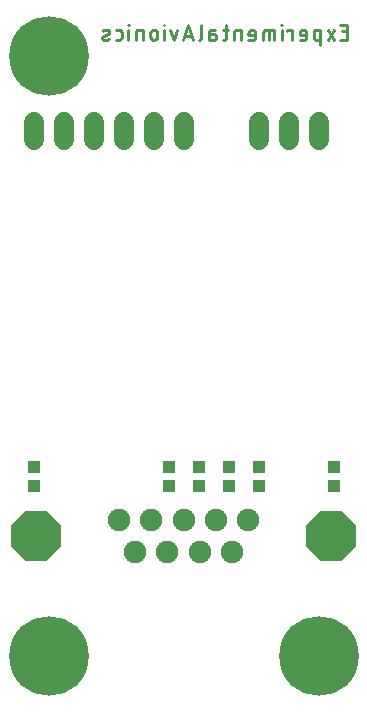
<source format=gbs>
G04 EAGLE Gerber RS-274X export*
G75*
%MOMM*%
%FSLAX34Y34*%
%LPD*%
%INBottom Solder Mask*%
%IPPOS*%
%AMOC8*
5,1,8,0,0,1.08239X$1,22.5*%
G01*
%ADD10C,0.228600*%
%ADD11C,1.651000*%
%ADD12R,1.106100X0.997900*%
%ADD13C,1.905000*%
%ADD14P,4.592581X8X22.500000*%
%ADD15C,6.731000*%


D10*
X297900Y496443D02*
X303657Y496443D01*
X303657Y509397D01*
X297900Y509397D01*
X299339Y503640D02*
X303657Y503640D01*
X292938Y496443D02*
X287181Y505079D01*
X292938Y505079D02*
X287181Y496443D01*
X280974Y492125D02*
X280974Y505079D01*
X277375Y505079D01*
X277283Y505077D01*
X277192Y505071D01*
X277101Y505062D01*
X277010Y505048D01*
X276920Y505031D01*
X276831Y505009D01*
X276743Y504984D01*
X276656Y504956D01*
X276570Y504923D01*
X276486Y504887D01*
X276403Y504848D01*
X276322Y504805D01*
X276243Y504758D01*
X276166Y504709D01*
X276091Y504656D01*
X276019Y504600D01*
X275949Y504541D01*
X275881Y504479D01*
X275816Y504414D01*
X275754Y504346D01*
X275695Y504276D01*
X275639Y504204D01*
X275586Y504129D01*
X275537Y504052D01*
X275490Y503973D01*
X275447Y503892D01*
X275408Y503809D01*
X275372Y503725D01*
X275339Y503639D01*
X275311Y503552D01*
X275286Y503464D01*
X275264Y503375D01*
X275247Y503285D01*
X275233Y503194D01*
X275224Y503103D01*
X275218Y503012D01*
X275216Y502920D01*
X275216Y498602D01*
X275218Y498510D01*
X275224Y498419D01*
X275233Y498328D01*
X275247Y498237D01*
X275264Y498147D01*
X275286Y498058D01*
X275311Y497970D01*
X275339Y497883D01*
X275372Y497797D01*
X275408Y497713D01*
X275447Y497630D01*
X275490Y497549D01*
X275537Y497470D01*
X275586Y497393D01*
X275639Y497318D01*
X275695Y497246D01*
X275754Y497176D01*
X275816Y497108D01*
X275881Y497043D01*
X275949Y496981D01*
X276019Y496922D01*
X276091Y496866D01*
X276166Y496813D01*
X276243Y496764D01*
X276322Y496717D01*
X276403Y496674D01*
X276486Y496635D01*
X276570Y496599D01*
X276656Y496566D01*
X276743Y496538D01*
X276831Y496513D01*
X276920Y496491D01*
X277010Y496474D01*
X277101Y496460D01*
X277192Y496451D01*
X277283Y496445D01*
X277375Y496443D01*
X280974Y496443D01*
X267052Y496443D02*
X263454Y496443D01*
X267052Y496443D02*
X267144Y496445D01*
X267235Y496451D01*
X267326Y496460D01*
X267417Y496474D01*
X267507Y496491D01*
X267596Y496513D01*
X267684Y496538D01*
X267771Y496566D01*
X267857Y496599D01*
X267941Y496635D01*
X268024Y496674D01*
X268105Y496717D01*
X268184Y496764D01*
X268261Y496813D01*
X268336Y496866D01*
X268408Y496922D01*
X268478Y496981D01*
X268546Y497043D01*
X268611Y497108D01*
X268673Y497176D01*
X268732Y497246D01*
X268788Y497318D01*
X268841Y497393D01*
X268890Y497470D01*
X268937Y497549D01*
X268980Y497630D01*
X269019Y497713D01*
X269055Y497797D01*
X269088Y497883D01*
X269116Y497970D01*
X269141Y498058D01*
X269163Y498147D01*
X269180Y498237D01*
X269194Y498328D01*
X269203Y498419D01*
X269209Y498510D01*
X269211Y498602D01*
X269211Y502200D01*
X269209Y502306D01*
X269203Y502413D01*
X269193Y502519D01*
X269180Y502624D01*
X269162Y502729D01*
X269140Y502833D01*
X269115Y502937D01*
X269086Y503039D01*
X269053Y503140D01*
X269017Y503240D01*
X268976Y503339D01*
X268932Y503435D01*
X268885Y503531D01*
X268834Y503624D01*
X268780Y503716D01*
X268722Y503805D01*
X268661Y503892D01*
X268597Y503977D01*
X268530Y504060D01*
X268460Y504140D01*
X268386Y504217D01*
X268311Y504291D01*
X268232Y504363D01*
X268151Y504432D01*
X268067Y504497D01*
X267981Y504560D01*
X267893Y504619D01*
X267802Y504675D01*
X267710Y504728D01*
X267615Y504777D01*
X267519Y504823D01*
X267421Y504865D01*
X267322Y504903D01*
X267222Y504938D01*
X267120Y504969D01*
X267017Y504996D01*
X266913Y505020D01*
X266809Y505039D01*
X266703Y505055D01*
X266598Y505067D01*
X266492Y505075D01*
X266385Y505079D01*
X266279Y505079D01*
X266172Y505075D01*
X266066Y505067D01*
X265961Y505055D01*
X265855Y505039D01*
X265751Y505020D01*
X265647Y504996D01*
X265544Y504969D01*
X265442Y504938D01*
X265342Y504903D01*
X265243Y504865D01*
X265145Y504823D01*
X265049Y504777D01*
X264954Y504728D01*
X264862Y504675D01*
X264771Y504619D01*
X264683Y504560D01*
X264597Y504497D01*
X264513Y504432D01*
X264432Y504363D01*
X264353Y504291D01*
X264278Y504217D01*
X264204Y504140D01*
X264134Y504060D01*
X264067Y503977D01*
X264003Y503892D01*
X263942Y503805D01*
X263884Y503716D01*
X263830Y503624D01*
X263779Y503531D01*
X263732Y503435D01*
X263688Y503339D01*
X263647Y503240D01*
X263611Y503140D01*
X263578Y503039D01*
X263549Y502937D01*
X263524Y502833D01*
X263502Y502729D01*
X263484Y502624D01*
X263471Y502519D01*
X263461Y502413D01*
X263455Y502306D01*
X263453Y502200D01*
X263454Y502200D02*
X263454Y500761D01*
X269211Y500761D01*
X256778Y496443D02*
X256778Y505079D01*
X252460Y505079D01*
X252460Y503640D01*
X248081Y505079D02*
X248081Y496443D01*
X248441Y508677D02*
X248441Y509397D01*
X247721Y509397D01*
X247721Y508677D01*
X248441Y508677D01*
X241448Y505079D02*
X241448Y496443D01*
X241448Y505079D02*
X234971Y505079D01*
X234879Y505077D01*
X234788Y505071D01*
X234697Y505062D01*
X234606Y505048D01*
X234516Y505031D01*
X234427Y505009D01*
X234339Y504984D01*
X234252Y504956D01*
X234166Y504923D01*
X234082Y504887D01*
X233999Y504848D01*
X233918Y504805D01*
X233839Y504758D01*
X233762Y504709D01*
X233687Y504656D01*
X233615Y504600D01*
X233545Y504541D01*
X233477Y504479D01*
X233412Y504414D01*
X233350Y504346D01*
X233291Y504276D01*
X233235Y504204D01*
X233182Y504129D01*
X233133Y504052D01*
X233086Y503973D01*
X233043Y503892D01*
X233004Y503809D01*
X232968Y503725D01*
X232935Y503639D01*
X232907Y503552D01*
X232882Y503464D01*
X232860Y503375D01*
X232843Y503285D01*
X232829Y503194D01*
X232820Y503103D01*
X232814Y503012D01*
X232812Y502920D01*
X232812Y496443D01*
X237130Y496443D02*
X237130Y505079D01*
X223705Y496443D02*
X220107Y496443D01*
X223705Y496443D02*
X223797Y496445D01*
X223888Y496451D01*
X223979Y496460D01*
X224070Y496474D01*
X224160Y496491D01*
X224249Y496513D01*
X224337Y496538D01*
X224424Y496566D01*
X224510Y496599D01*
X224594Y496635D01*
X224677Y496674D01*
X224758Y496717D01*
X224837Y496764D01*
X224914Y496813D01*
X224989Y496866D01*
X225061Y496922D01*
X225131Y496981D01*
X225199Y497043D01*
X225264Y497108D01*
X225326Y497176D01*
X225385Y497246D01*
X225441Y497318D01*
X225494Y497393D01*
X225543Y497470D01*
X225590Y497549D01*
X225633Y497630D01*
X225672Y497713D01*
X225708Y497797D01*
X225741Y497883D01*
X225769Y497970D01*
X225794Y498058D01*
X225816Y498147D01*
X225833Y498237D01*
X225847Y498328D01*
X225856Y498419D01*
X225862Y498510D01*
X225864Y498602D01*
X225864Y502200D01*
X225865Y502200D02*
X225863Y502306D01*
X225857Y502413D01*
X225847Y502519D01*
X225834Y502624D01*
X225816Y502729D01*
X225794Y502833D01*
X225769Y502937D01*
X225740Y503039D01*
X225707Y503140D01*
X225671Y503240D01*
X225630Y503339D01*
X225586Y503435D01*
X225539Y503531D01*
X225488Y503624D01*
X225434Y503716D01*
X225376Y503805D01*
X225315Y503892D01*
X225251Y503977D01*
X225184Y504060D01*
X225114Y504140D01*
X225040Y504217D01*
X224965Y504291D01*
X224886Y504363D01*
X224805Y504432D01*
X224721Y504497D01*
X224635Y504560D01*
X224547Y504619D01*
X224456Y504675D01*
X224364Y504728D01*
X224269Y504777D01*
X224173Y504823D01*
X224075Y504865D01*
X223976Y504903D01*
X223876Y504938D01*
X223774Y504969D01*
X223671Y504996D01*
X223567Y505020D01*
X223463Y505039D01*
X223357Y505055D01*
X223252Y505067D01*
X223146Y505075D01*
X223039Y505079D01*
X222933Y505079D01*
X222826Y505075D01*
X222720Y505067D01*
X222615Y505055D01*
X222509Y505039D01*
X222405Y505020D01*
X222301Y504996D01*
X222198Y504969D01*
X222096Y504938D01*
X221996Y504903D01*
X221897Y504865D01*
X221799Y504823D01*
X221703Y504777D01*
X221608Y504728D01*
X221516Y504675D01*
X221425Y504619D01*
X221337Y504560D01*
X221251Y504497D01*
X221167Y504432D01*
X221086Y504363D01*
X221007Y504291D01*
X220932Y504217D01*
X220858Y504140D01*
X220788Y504060D01*
X220721Y503977D01*
X220657Y503892D01*
X220596Y503805D01*
X220538Y503716D01*
X220484Y503624D01*
X220433Y503531D01*
X220386Y503435D01*
X220342Y503339D01*
X220301Y503240D01*
X220265Y503140D01*
X220232Y503039D01*
X220203Y502937D01*
X220178Y502833D01*
X220156Y502729D01*
X220138Y502624D01*
X220125Y502519D01*
X220115Y502413D01*
X220109Y502306D01*
X220107Y502200D01*
X220107Y500761D01*
X225864Y500761D01*
X213545Y496443D02*
X213545Y505079D01*
X209946Y505079D01*
X209854Y505077D01*
X209763Y505071D01*
X209672Y505062D01*
X209581Y505048D01*
X209491Y505031D01*
X209402Y505009D01*
X209314Y504984D01*
X209227Y504956D01*
X209141Y504923D01*
X209057Y504887D01*
X208974Y504848D01*
X208893Y504805D01*
X208814Y504758D01*
X208737Y504709D01*
X208662Y504656D01*
X208590Y504600D01*
X208520Y504541D01*
X208452Y504479D01*
X208387Y504414D01*
X208325Y504346D01*
X208266Y504276D01*
X208210Y504204D01*
X208157Y504129D01*
X208108Y504052D01*
X208061Y503973D01*
X208018Y503892D01*
X207979Y503809D01*
X207943Y503725D01*
X207910Y503639D01*
X207882Y503552D01*
X207857Y503464D01*
X207835Y503375D01*
X207818Y503285D01*
X207804Y503194D01*
X207795Y503103D01*
X207789Y503012D01*
X207787Y502920D01*
X207787Y496443D01*
X202488Y505079D02*
X198170Y505079D01*
X201049Y509397D02*
X201049Y498602D01*
X201047Y498510D01*
X201041Y498419D01*
X201032Y498328D01*
X201018Y498237D01*
X201001Y498147D01*
X200979Y498058D01*
X200954Y497970D01*
X200926Y497883D01*
X200893Y497797D01*
X200857Y497713D01*
X200818Y497630D01*
X200775Y497549D01*
X200728Y497470D01*
X200679Y497393D01*
X200626Y497318D01*
X200570Y497246D01*
X200511Y497176D01*
X200449Y497108D01*
X200384Y497043D01*
X200316Y496981D01*
X200246Y496922D01*
X200174Y496866D01*
X200099Y496813D01*
X200022Y496764D01*
X199943Y496717D01*
X199862Y496674D01*
X199779Y496635D01*
X199695Y496599D01*
X199609Y496566D01*
X199522Y496538D01*
X199434Y496513D01*
X199345Y496491D01*
X199255Y496474D01*
X199164Y496460D01*
X199073Y496451D01*
X198982Y496445D01*
X198890Y496443D01*
X198170Y496443D01*
X190137Y501481D02*
X186899Y501481D01*
X190137Y501481D02*
X190236Y501479D01*
X190335Y501473D01*
X190433Y501464D01*
X190531Y501450D01*
X190628Y501433D01*
X190725Y501411D01*
X190821Y501386D01*
X190915Y501358D01*
X191009Y501325D01*
X191101Y501289D01*
X191192Y501250D01*
X191281Y501206D01*
X191368Y501160D01*
X191453Y501110D01*
X191536Y501056D01*
X191618Y501000D01*
X191696Y500940D01*
X191773Y500877D01*
X191847Y500812D01*
X191918Y500743D01*
X191987Y500672D01*
X192052Y500598D01*
X192115Y500521D01*
X192175Y500443D01*
X192231Y500361D01*
X192285Y500278D01*
X192335Y500193D01*
X192381Y500106D01*
X192425Y500017D01*
X192464Y499926D01*
X192500Y499834D01*
X192533Y499740D01*
X192561Y499646D01*
X192586Y499550D01*
X192608Y499453D01*
X192625Y499356D01*
X192639Y499258D01*
X192648Y499160D01*
X192654Y499061D01*
X192656Y498962D01*
X192654Y498863D01*
X192648Y498764D01*
X192639Y498666D01*
X192625Y498568D01*
X192608Y498471D01*
X192586Y498374D01*
X192561Y498278D01*
X192533Y498184D01*
X192500Y498090D01*
X192464Y497998D01*
X192425Y497907D01*
X192381Y497818D01*
X192335Y497731D01*
X192285Y497646D01*
X192231Y497563D01*
X192175Y497481D01*
X192115Y497403D01*
X192052Y497326D01*
X191987Y497252D01*
X191918Y497181D01*
X191847Y497112D01*
X191773Y497047D01*
X191696Y496984D01*
X191618Y496924D01*
X191536Y496868D01*
X191453Y496814D01*
X191368Y496764D01*
X191281Y496718D01*
X191192Y496674D01*
X191101Y496635D01*
X191009Y496599D01*
X190915Y496566D01*
X190821Y496538D01*
X190725Y496513D01*
X190628Y496491D01*
X190531Y496474D01*
X190433Y496460D01*
X190335Y496451D01*
X190236Y496445D01*
X190137Y496443D01*
X186899Y496443D01*
X186899Y502920D01*
X186901Y503012D01*
X186907Y503103D01*
X186916Y503194D01*
X186930Y503285D01*
X186947Y503375D01*
X186969Y503464D01*
X186994Y503552D01*
X187022Y503639D01*
X187055Y503725D01*
X187091Y503809D01*
X187130Y503892D01*
X187173Y503973D01*
X187220Y504052D01*
X187269Y504129D01*
X187322Y504204D01*
X187378Y504276D01*
X187437Y504346D01*
X187499Y504414D01*
X187564Y504479D01*
X187632Y504541D01*
X187702Y504600D01*
X187774Y504656D01*
X187849Y504709D01*
X187926Y504758D01*
X188005Y504805D01*
X188086Y504848D01*
X188169Y504887D01*
X188253Y504923D01*
X188339Y504956D01*
X188426Y504984D01*
X188514Y505009D01*
X188603Y505031D01*
X188693Y505048D01*
X188784Y505062D01*
X188875Y505071D01*
X188966Y505077D01*
X189058Y505079D01*
X191937Y505079D01*
X180175Y509397D02*
X180175Y498602D01*
X180173Y498510D01*
X180167Y498419D01*
X180158Y498328D01*
X180144Y498237D01*
X180127Y498147D01*
X180105Y498058D01*
X180080Y497970D01*
X180052Y497883D01*
X180019Y497797D01*
X179983Y497713D01*
X179944Y497630D01*
X179901Y497549D01*
X179854Y497470D01*
X179805Y497393D01*
X179752Y497318D01*
X179696Y497246D01*
X179637Y497176D01*
X179575Y497108D01*
X179510Y497043D01*
X179442Y496981D01*
X179372Y496922D01*
X179300Y496866D01*
X179225Y496813D01*
X179148Y496764D01*
X179069Y496717D01*
X178988Y496674D01*
X178905Y496635D01*
X178821Y496599D01*
X178735Y496566D01*
X178648Y496538D01*
X178560Y496513D01*
X178471Y496491D01*
X178381Y496474D01*
X178290Y496460D01*
X178199Y496451D01*
X178108Y496445D01*
X178016Y496443D01*
X173462Y496443D02*
X169144Y509397D01*
X164826Y496443D01*
X165906Y499682D02*
X172383Y499682D01*
X159703Y505079D02*
X156824Y496443D01*
X153946Y505079D01*
X148611Y505079D02*
X148611Y496443D01*
X148971Y508677D02*
X148971Y509397D01*
X148251Y509397D01*
X148251Y508677D01*
X148971Y508677D01*
X142821Y502200D02*
X142821Y499322D01*
X142821Y502200D02*
X142819Y502306D01*
X142813Y502413D01*
X142803Y502519D01*
X142790Y502624D01*
X142772Y502729D01*
X142750Y502833D01*
X142725Y502937D01*
X142696Y503039D01*
X142663Y503140D01*
X142627Y503240D01*
X142586Y503339D01*
X142542Y503435D01*
X142495Y503531D01*
X142444Y503624D01*
X142390Y503716D01*
X142332Y503805D01*
X142271Y503892D01*
X142207Y503977D01*
X142140Y504060D01*
X142070Y504140D01*
X141996Y504217D01*
X141921Y504291D01*
X141842Y504363D01*
X141761Y504432D01*
X141677Y504497D01*
X141591Y504560D01*
X141503Y504619D01*
X141412Y504675D01*
X141320Y504728D01*
X141225Y504777D01*
X141129Y504823D01*
X141031Y504865D01*
X140932Y504903D01*
X140832Y504938D01*
X140730Y504969D01*
X140627Y504996D01*
X140523Y505020D01*
X140419Y505039D01*
X140313Y505055D01*
X140208Y505067D01*
X140102Y505075D01*
X139995Y505079D01*
X139889Y505079D01*
X139782Y505075D01*
X139676Y505067D01*
X139571Y505055D01*
X139465Y505039D01*
X139361Y505020D01*
X139257Y504996D01*
X139154Y504969D01*
X139052Y504938D01*
X138952Y504903D01*
X138853Y504865D01*
X138755Y504823D01*
X138659Y504777D01*
X138564Y504728D01*
X138472Y504675D01*
X138381Y504619D01*
X138293Y504560D01*
X138207Y504497D01*
X138123Y504432D01*
X138042Y504363D01*
X137963Y504291D01*
X137888Y504217D01*
X137814Y504140D01*
X137744Y504060D01*
X137677Y503977D01*
X137613Y503892D01*
X137552Y503805D01*
X137494Y503716D01*
X137440Y503624D01*
X137389Y503531D01*
X137342Y503435D01*
X137298Y503339D01*
X137257Y503240D01*
X137221Y503140D01*
X137188Y503039D01*
X137159Y502937D01*
X137134Y502833D01*
X137112Y502729D01*
X137094Y502624D01*
X137081Y502519D01*
X137071Y502413D01*
X137065Y502306D01*
X137063Y502200D01*
X137063Y499322D01*
X137065Y499216D01*
X137071Y499109D01*
X137081Y499003D01*
X137094Y498898D01*
X137112Y498793D01*
X137134Y498689D01*
X137159Y498585D01*
X137188Y498483D01*
X137221Y498382D01*
X137257Y498282D01*
X137298Y498183D01*
X137342Y498087D01*
X137389Y497991D01*
X137440Y497898D01*
X137494Y497806D01*
X137552Y497717D01*
X137613Y497630D01*
X137677Y497545D01*
X137744Y497462D01*
X137814Y497382D01*
X137888Y497305D01*
X137963Y497231D01*
X138042Y497159D01*
X138123Y497090D01*
X138207Y497025D01*
X138293Y496962D01*
X138381Y496903D01*
X138472Y496847D01*
X138564Y496794D01*
X138659Y496745D01*
X138755Y496699D01*
X138853Y496657D01*
X138952Y496619D01*
X139052Y496584D01*
X139154Y496553D01*
X139257Y496526D01*
X139361Y496502D01*
X139465Y496483D01*
X139571Y496467D01*
X139676Y496455D01*
X139782Y496447D01*
X139889Y496443D01*
X139995Y496443D01*
X140102Y496447D01*
X140208Y496455D01*
X140313Y496467D01*
X140419Y496483D01*
X140523Y496502D01*
X140627Y496526D01*
X140730Y496553D01*
X140832Y496584D01*
X140932Y496619D01*
X141031Y496657D01*
X141129Y496699D01*
X141225Y496745D01*
X141320Y496794D01*
X141412Y496847D01*
X141503Y496903D01*
X141591Y496962D01*
X141677Y497025D01*
X141761Y497090D01*
X141842Y497159D01*
X141921Y497231D01*
X141996Y497305D01*
X142070Y497382D01*
X142140Y497462D01*
X142207Y497545D01*
X142271Y497630D01*
X142332Y497717D01*
X142390Y497806D01*
X142444Y497898D01*
X142495Y497991D01*
X142542Y498087D01*
X142586Y498183D01*
X142627Y498282D01*
X142663Y498382D01*
X142696Y498483D01*
X142725Y498585D01*
X142750Y498689D01*
X142772Y498793D01*
X142790Y498898D01*
X142803Y499003D01*
X142813Y499109D01*
X142819Y499216D01*
X142821Y499322D01*
X130501Y496443D02*
X130501Y505079D01*
X126903Y505079D01*
X126811Y505077D01*
X126720Y505071D01*
X126629Y505062D01*
X126538Y505048D01*
X126448Y505031D01*
X126359Y505009D01*
X126271Y504984D01*
X126184Y504956D01*
X126098Y504923D01*
X126014Y504887D01*
X125931Y504848D01*
X125850Y504805D01*
X125771Y504758D01*
X125694Y504709D01*
X125619Y504656D01*
X125547Y504600D01*
X125477Y504541D01*
X125409Y504479D01*
X125344Y504414D01*
X125282Y504346D01*
X125223Y504276D01*
X125167Y504204D01*
X125114Y504129D01*
X125065Y504052D01*
X125018Y503973D01*
X124975Y503892D01*
X124936Y503809D01*
X124900Y503725D01*
X124867Y503639D01*
X124839Y503552D01*
X124814Y503464D01*
X124792Y503375D01*
X124775Y503285D01*
X124761Y503194D01*
X124752Y503103D01*
X124746Y503012D01*
X124744Y502920D01*
X124744Y496443D01*
X118497Y496443D02*
X118497Y505079D01*
X118856Y508677D02*
X118856Y509397D01*
X118137Y509397D01*
X118137Y508677D01*
X118856Y508677D01*
X110524Y496443D02*
X107645Y496443D01*
X110524Y496443D02*
X110616Y496445D01*
X110707Y496451D01*
X110798Y496460D01*
X110889Y496474D01*
X110979Y496491D01*
X111068Y496513D01*
X111156Y496538D01*
X111243Y496566D01*
X111329Y496599D01*
X111413Y496635D01*
X111496Y496674D01*
X111577Y496717D01*
X111656Y496764D01*
X111733Y496813D01*
X111808Y496866D01*
X111880Y496922D01*
X111950Y496981D01*
X112018Y497043D01*
X112083Y497108D01*
X112145Y497176D01*
X112204Y497246D01*
X112260Y497318D01*
X112313Y497393D01*
X112362Y497470D01*
X112409Y497549D01*
X112452Y497630D01*
X112491Y497713D01*
X112527Y497797D01*
X112560Y497883D01*
X112588Y497970D01*
X112613Y498058D01*
X112635Y498147D01*
X112652Y498237D01*
X112666Y498328D01*
X112675Y498419D01*
X112681Y498510D01*
X112683Y498602D01*
X112683Y502920D01*
X112681Y503012D01*
X112675Y503103D01*
X112666Y503194D01*
X112652Y503285D01*
X112635Y503375D01*
X112613Y503464D01*
X112588Y503552D01*
X112560Y503639D01*
X112527Y503725D01*
X112491Y503809D01*
X112452Y503892D01*
X112409Y503973D01*
X112362Y504052D01*
X112313Y504129D01*
X112260Y504204D01*
X112204Y504276D01*
X112145Y504346D01*
X112083Y504414D01*
X112018Y504479D01*
X111950Y504541D01*
X111880Y504600D01*
X111808Y504656D01*
X111733Y504709D01*
X111656Y504758D01*
X111577Y504805D01*
X111496Y504848D01*
X111413Y504887D01*
X111329Y504923D01*
X111243Y504956D01*
X111156Y504984D01*
X111068Y505009D01*
X110979Y505031D01*
X110889Y505048D01*
X110798Y505062D01*
X110707Y505071D01*
X110616Y505077D01*
X110524Y505079D01*
X107645Y505079D01*
X101132Y501481D02*
X97534Y500041D01*
X101132Y501480D02*
X101210Y501514D01*
X101287Y501551D01*
X101361Y501591D01*
X101434Y501634D01*
X101505Y501681D01*
X101573Y501731D01*
X101640Y501785D01*
X101703Y501841D01*
X101764Y501900D01*
X101823Y501961D01*
X101878Y502025D01*
X101931Y502092D01*
X101980Y502161D01*
X102027Y502232D01*
X102070Y502306D01*
X102109Y502381D01*
X102145Y502458D01*
X102178Y502536D01*
X102207Y502616D01*
X102232Y502697D01*
X102254Y502779D01*
X102272Y502862D01*
X102286Y502946D01*
X102296Y503030D01*
X102302Y503114D01*
X102305Y503199D01*
X102304Y503284D01*
X102298Y503369D01*
X102289Y503453D01*
X102277Y503537D01*
X102260Y503620D01*
X102240Y503703D01*
X102215Y503784D01*
X102188Y503864D01*
X102156Y503943D01*
X102121Y504021D01*
X102083Y504096D01*
X102041Y504170D01*
X101996Y504242D01*
X101947Y504312D01*
X101896Y504379D01*
X101841Y504444D01*
X101784Y504507D01*
X101723Y504567D01*
X101661Y504624D01*
X101595Y504678D01*
X101527Y504729D01*
X101457Y504777D01*
X101385Y504821D01*
X101311Y504863D01*
X101235Y504901D01*
X101157Y504935D01*
X101078Y504966D01*
X100998Y504993D01*
X100916Y505017D01*
X100834Y505037D01*
X100750Y505053D01*
X100666Y505065D01*
X100582Y505074D01*
X100497Y505078D01*
X100412Y505079D01*
X100216Y505074D01*
X100019Y505064D01*
X99823Y505049D01*
X99628Y505030D01*
X99433Y505006D01*
X99238Y504977D01*
X99045Y504944D01*
X98852Y504906D01*
X98660Y504863D01*
X98469Y504816D01*
X98280Y504764D01*
X98092Y504708D01*
X97905Y504647D01*
X97719Y504582D01*
X97536Y504512D01*
X97354Y504438D01*
X97174Y504359D01*
X97534Y500042D02*
X97456Y500008D01*
X97379Y499971D01*
X97305Y499931D01*
X97232Y499888D01*
X97161Y499841D01*
X97093Y499791D01*
X97026Y499737D01*
X96963Y499681D01*
X96902Y499622D01*
X96843Y499561D01*
X96788Y499497D01*
X96735Y499430D01*
X96686Y499361D01*
X96639Y499290D01*
X96596Y499216D01*
X96557Y499141D01*
X96521Y499064D01*
X96488Y498986D01*
X96459Y498906D01*
X96434Y498825D01*
X96412Y498743D01*
X96394Y498660D01*
X96380Y498576D01*
X96370Y498492D01*
X96364Y498408D01*
X96361Y498323D01*
X96362Y498238D01*
X96368Y498153D01*
X96377Y498069D01*
X96389Y497985D01*
X96406Y497902D01*
X96426Y497819D01*
X96451Y497738D01*
X96478Y497658D01*
X96510Y497579D01*
X96545Y497501D01*
X96583Y497426D01*
X96625Y497352D01*
X96670Y497280D01*
X96719Y497210D01*
X96770Y497143D01*
X96825Y497078D01*
X96882Y497015D01*
X96943Y496955D01*
X97005Y496898D01*
X97071Y496844D01*
X97139Y496793D01*
X97209Y496745D01*
X97281Y496701D01*
X97355Y496659D01*
X97431Y496621D01*
X97509Y496587D01*
X97588Y496556D01*
X97668Y496529D01*
X97750Y496505D01*
X97832Y496485D01*
X97916Y496469D01*
X98000Y496457D01*
X98084Y496448D01*
X98169Y496444D01*
X98254Y496443D01*
X98253Y496443D02*
X98542Y496451D01*
X98830Y496465D01*
X99118Y496486D01*
X99405Y496514D01*
X99692Y496549D01*
X99978Y496591D01*
X100262Y496639D01*
X100546Y496694D01*
X100828Y496756D01*
X101108Y496824D01*
X101387Y496899D01*
X101664Y496980D01*
X101939Y497068D01*
X102211Y497163D01*
D11*
X228600Y426720D02*
X228600Y411480D01*
X254000Y411480D02*
X254000Y426720D01*
X279400Y426720D02*
X279400Y411480D01*
X38100Y411480D02*
X38100Y426720D01*
X63500Y426720D02*
X63500Y411480D01*
X88900Y411480D02*
X88900Y426720D01*
X114300Y426720D02*
X114300Y411480D01*
X139700Y411480D02*
X139700Y426720D01*
X165100Y426720D02*
X165100Y411480D01*
D12*
X228600Y119004D03*
X228600Y134996D03*
X38100Y119004D03*
X38100Y134996D03*
X177800Y119004D03*
X177800Y134996D03*
X203200Y119004D03*
X203200Y134996D03*
X152400Y119004D03*
X152400Y134996D03*
D13*
X110300Y89900D03*
X124000Y62500D03*
X137700Y89900D03*
X151400Y62500D03*
X165100Y89900D03*
X178800Y62500D03*
X192500Y89900D03*
X206200Y62500D03*
X219900Y89900D03*
D14*
X40100Y76200D03*
X290100Y76200D03*
D12*
X292100Y119004D03*
X292100Y134996D03*
D15*
X50800Y-25400D03*
X279400Y-25400D03*
X50800Y482600D03*
M02*

</source>
